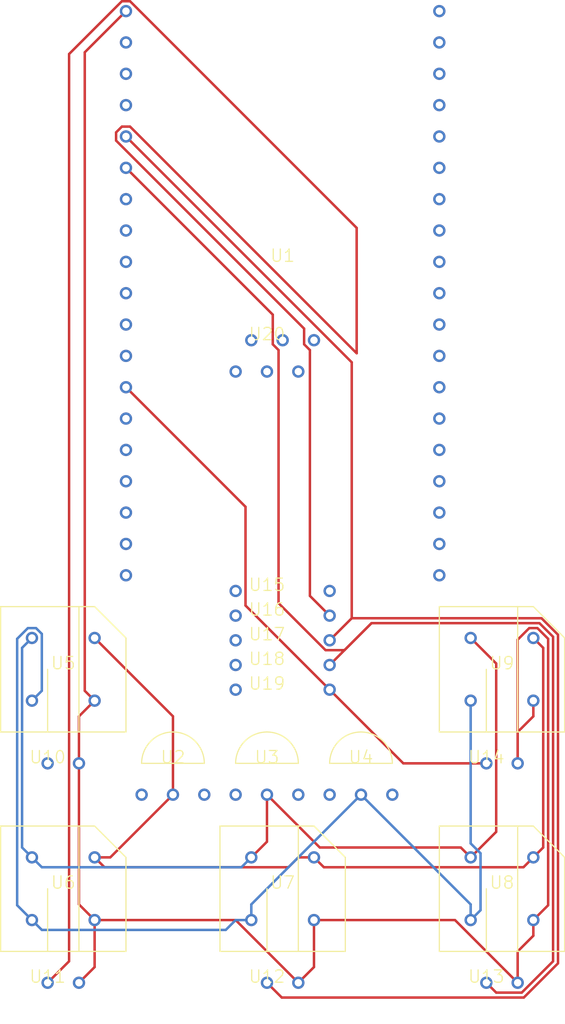
<source format=kicad_pcb>
(kicad_pcb (version 20240108) (generator "pcbnew") (generator_version "8.0")
  (layers (0 "F.Cu" signal) (31 "B.Cu" signal) (34 "B.Paste" user) (35 "F.Paste" user) (36 "B.SilkS" user "B.Silkscreen") (37 "F.SilkS" user "F.Silkscreen") (38 "B.Mask" user) (39 "F.Mask" user) (44 "Edge.Cuts" user))
  (net 0 "")
  (net 1 "Net-(U1-5V)")
  (net 7 "Net-(U1-34)")
  (net 10 "Net-(U1-4)")
  (net 11 "Net-(U1-12)")
  (net 13 "Net-(U1-26)")
  (net 16 "Net-(U1-32)")
  (net 17 "Net-(U2-E)")
  (net 20 "Net-(U1-3V3)")
  (net 23 "Net-(U1-Pad22)")
  (net 31 "Net-(U1-21)")
  (net 32 "Net-(U1-15)")
  (net 34 "Net-(U1-25)")
  (net 35 "Net-(U1-35)")
  (net 39 "Net-(U2-C)")
  (net 40 "Net-(U3-C)")
  (net 41 "Net-(U4-C)")
  (footprint "my-library:resistance" (layer "F.Cu") (at 222.25 85.47)
    (property "Reference" "U19" (at 0 -0.5 0) (layer "F.SilkS") (effects (font (thickness 0.1))))
    (property "Value" "~")
    (pad "1" thru_hole circle (at -2.54 0) (size 1 1) (drill 0.6) (layers "*.Cu" "*.Mask") (net 17 "Net-(U2-E)"))
    (pad "2" thru_hole circle (at 5.08 0) (size 1 1) (drill 0.6) (layers "*.Cu" "*.Mask") (net 11 "Net-(U1-12)"))
  )
  (footprint "my-library:resistance" (layer "F.Cu") (at 222.25 79.47)
    (property "Reference" "U16" (at 0 -0.5 0) (layer "F.SilkS") (effects (font (thickness 0.1))))
    (property "Value" "~")
    (pad "1" thru_hole circle (at -2.54 0) (size 1 1) (drill 0.6) (layers "*.Cu" "*.Mask") (net 17 "Net-(U2-E)"))
    (pad "2" thru_hole circle (at 5.08 0) (size 1 1) (drill 0.6) (layers "*.Cu" "*.Mask") (net 10 "Net-(U1-4)"))
  )
  (footprint "my-library:フォトトランジスタ" (layer "F.Cu") (at 222.25 109.22)
    (property "Reference" "U12" (at 0 -0.5 0) (layer "F.SilkS") (effects (font (thickness 0.1))))
    (property "Value" "~")
    (fp_line (start 0 -2.54) (end 0 -7.62) (stroke (width 0.1)) (layer "F.SilkS"))
    (fp_line (start 2.54 -7.62) (end 2.54 -12.7) (stroke (width 0.1)) (layer "F.SilkS"))
    (fp_line (start 2.54 -2.54) (end 2.54 -7.62) (stroke (width 0.1)) (layer "F.SilkS"))
    (pad "1" thru_hole circle (at 0 0) (size 1 1) (drill 0.6) (layers "*.Cu" "*.Mask") (net 7 "Net-(U1-34)"))
    (pad "2" thru_hole circle (at 2.54 0) (size 1 1) (drill 0.6) (layers "*.Cu" "*.Mask") (net 20 "Net-(U1-3V3)"))
  )
  (footprint "my-library:ESP32-DevKitC-32E" (layer "F.Cu") (at 223.52 50.8)
    (property "Reference" "U1" (at 0 -0.5 0) (layer "F.SilkS") (effects (font (thickness 0.1))))
    (property "Value" "~")
    (pad "1" thru_hole circle (at -12.7 -20.32) (size 1 1) (drill 0.6) (layers "*.Cu" "*.Mask") (net 20 "Net-(U1-3V3)"))
    (pad "2" thru_hole circle (at -12.7 -17.78) (size 1 1) (drill 0.6) (layers "*.Cu" "*.Mask"))
    (pad "3" thru_hole circle (at -12.7 -15.24) (size 1 1) (drill 0.6) (layers "*.Cu" "*.Mask"))
    (pad "4" thru_hole circle (at -12.7 -12.7) (size 1 1) (drill 0.6) (layers "*.Cu" "*.Mask"))
    (pad "5" thru_hole circle (at -12.7 -10.16) (size 1 1) (drill 0.6) (layers "*.Cu" "*.Mask") (net 7 "Net-(U1-34)"))
    (pad "6" thru_hole circle (at -12.7 -7.62) (size 1 1) (drill 0.6) (layers "*.Cu" "*.Mask") (net 35 "Net-(U1-35)"))
    (pad "7" thru_hole circle (at -12.7 -5.08) (size 1 1) (drill 0.6) (layers "*.Cu" "*.Mask") (net 16 "Net-(U1-32)"))
    (pad "8" thru_hole circle (at -12.7 -2.54) (size 1 1) (drill 0.6) (layers "*.Cu" "*.Mask"))
    (pad "9" thru_hole circle (at -12.7 0) (size 1 1) (drill 0.6) (layers "*.Cu" "*.Mask") (net 34 "Net-(U1-25)"))
    (pad "10" thru_hole circle (at -12.7 2.54) (size 1 1) (drill 0.6) (layers "*.Cu" "*.Mask") (net 13 "Net-(U1-26)"))
    (pad "11" thru_hole circle (at -12.7 5.08) (size 1 1) (drill 0.6) (layers "*.Cu" "*.Mask"))
    (pad "12" thru_hole circle (at -12.7 7.62) (size 1 1) (drill 0.6) (layers "*.Cu" "*.Mask"))
    (pad "13" thru_hole circle (at -12.7 10.16) (size 1 1) (drill 0.6) (layers "*.Cu" "*.Mask") (net 11 "Net-(U1-12)"))
    (pad "14" thru_hole circle (at -12.7 12.7) (size 1 1) (drill 0.6) (layers "*.Cu" "*.Mask") (net 17 "Net-(U2-E)"))
    (pad "15" thru_hole circle (at -12.7 15.24) (size 1 1) (drill 0.6) (layers "*.Cu" "*.Mask"))
    (pad "16" thru_hole circle (at -12.7 17.78) (size 1 1) (drill 0.6) (layers "*.Cu" "*.Mask"))
    (pad "17" thru_hole circle (at -12.7 20.32) (size 1 1) (drill 0.6) (layers "*.Cu" "*.Mask"))
    (pad "18" thru_hole circle (at -12.7 22.86) (size 1 1) (drill 0.6) (layers "*.Cu" "*.Mask"))
    (pad "19" thru_hole circle (at -12.7 25.4) (size 1 1) (drill 0.6) (layers "*.Cu" "*.Mask") (net 1 "Net-(U1-5V)"))
    (pad "20" thru_hole circle (at 12.7 -20.32) (size 1 1) (drill 0.6) (layers "*.Cu" "*.Mask"))
    (pad "21" thru_hole circle (at 12.7 -17.78) (size 1 1) (drill 0.6) (layers "*.Cu" "*.Mask"))
    (pad "22" thru_hole circle (at 12.7 -15.24) (size 1 1) (drill 0.6) (layers "*.Cu" "*.Mask") (net 23 "Net-(U1-Pad22)"))
    (pad "23" thru_hole circle (at 12.7 -12.7) (size 1 1) (drill 0.6) (layers "*.Cu" "*.Mask"))
    (pad "24" thru_hole circle (at 12.7 -10.16) (size 1 1) (drill 0.6) (layers "*.Cu" "*.Mask"))
    (pad "25" thru_hole circle (at 12.7 -7.62) (size 1 1) (drill 0.6) (layers "*.Cu" "*.Mask") (net 31 "Net-(U1-21)"))
    (pad "26" thru_hole circle (at 12.7 -5.08) (size 1 1) (drill 0.6) (layers "*.Cu" "*.Mask"))
    (pad "27" thru_hole circle (at 12.7 -2.54) (size 1 1) (drill 0.6) (layers "*.Cu" "*.Mask"))
    (pad "28" thru_hole circle (at 12.7 0) (size 1 1) (drill 0.6) (layers "*.Cu" "*.Mask"))
    (pad "29" thru_hole circle (at 12.7 2.54) (size 1 1) (drill 0.6) (layers "*.Cu" "*.Mask"))
    (pad "30" thru_hole circle (at 12.7 5.08) (size 1 1) (drill 0.6) (layers "*.Cu" "*.Mask"))
    (pad "31" thru_hole circle (at 12.7 7.62) (size 1 1) (drill 0.6) (layers "*.Cu" "*.Mask"))
    (pad "32" thru_hole circle (at 12.7 10.16) (size 1 1) (drill 0.6) (layers "*.Cu" "*.Mask") (net 10 "Net-(U1-4)"))
    (pad "33" thru_hole circle (at 12.7 12.7) (size 1 1) (drill 0.6) (layers "*.Cu" "*.Mask"))
    (pad "34" thru_hole circle (at 12.7 15.24) (size 1 1) (drill 0.6) (layers "*.Cu" "*.Mask"))
    (pad "35" thru_hole circle (at 12.7 17.78) (size 1 1) (drill 0.6) (layers "*.Cu" "*.Mask") (net 32 "Net-(U1-15)"))
    (pad "36" thru_hole circle (at 12.7 20.32) (size 1 1) (drill 0.6) (layers "*.Cu" "*.Mask"))
    (pad "37" thru_hole circle (at 12.7 22.86) (size 1 1) (drill 0.6) (layers "*.Cu" "*.Mask"))
    (pad "38" thru_hole circle (at 12.7 25.4) (size 1 1) (drill 0.6) (layers "*.Cu" "*.Mask"))
  )
  (footprint "my-library:OSTBMAZ2C1D-LED" (layer "F.Cu") (at 241.3 83.82)
    (property "Reference" "U9" (at 0 -0.5 0) (layer "F.SilkS") (effects (font (thickness 0.1))))
    (property "Value" "~")
    (fp_line (start -5.08 -5.08) (end 2.54 -5.08) (stroke (width 0.1)) (layer "F.SilkS"))
    (fp_line (start -5.08 5.08) (end -5.08 -5.08) (stroke (width 0.1)) (layer "F.SilkS"))
    (fp_line (start 2.54 -5.08) (end 5.08 -2.54) (stroke (width 0.1)) (layer "F.SilkS"))
    (fp_line (start 5.08 -2.54) (end 5.08 2.54) (stroke (width 0.1)) (layer "F.SilkS"))
    (fp_line (start 5.08 2.54) (end 5.08 5.08) (stroke (width 0.1)) (layer "F.SilkS"))
    (fp_line (start 5.08 5.08) (end -5.08 5.08) (stroke (width 0.1)) (layer "F.SilkS"))
    (pad "1" thru_hole circle (at 2.54 2.54) (size 1 1) (drill 0.6) (layers "*.Cu" "*.Mask") (net 20 "Net-(U1-3V3)"))
    (pad "2" thru_hole circle (at 2.54 -2.54) (size 1 1) (drill 0.6) (layers "*.Cu" "*.Mask") (net 39 "Net-(U2-C)"))
    (pad "3" thru_hole circle (at -2.54 -2.54) (size 1 1) (drill 0.6) (layers "*.Cu" "*.Mask") (net 40 "Net-(U3-C)"))
    (pad "4" thru_hole circle (at -2.54 2.54) (size 1 1) (drill 0.6) (layers "*.Cu" "*.Mask") (net 41 "Net-(U4-C)"))
  )
  (footprint "my-library:フォトトランジスタ" (layer "F.Cu") (at 240.03 91.44)
    (property "Reference" "U14" (at 0 -0.5 0) (layer "F.SilkS") (effects (font (thickness 0.1))))
    (property "Value" "~")
    (fp_line (start 0 -2.54) (end 0 -7.62) (stroke (width 0.1)) (layer "F.SilkS"))
    (fp_line (start 2.54 -7.62) (end 2.54 -12.7) (stroke (width 0.1)) (layer "F.SilkS"))
    (fp_line (start 2.54 -2.54) (end 2.54 -7.62) (stroke (width 0.1)) (layer "F.SilkS"))
    (pad "1" thru_hole circle (at 0 0) (size 1 1) (drill 0.6) (layers "*.Cu" "*.Mask") (net 11 "Net-(U1-12)"))
    (pad "2" thru_hole circle (at 2.54 0) (size 1 1) (drill 0.6) (layers "*.Cu" "*.Mask") (net 20 "Net-(U1-3V3)"))
  )
  (footprint "my-library:トランジスタ" (layer "F.Cu") (at 222.25 91.44)
    (property "Reference" "U3" (at 0 -0.5 0) (layer "F.SilkS") (effects (font (thickness 0.1))))
    (property "Value" "~")
    (fp_line (start -2.54 0) (end 2.54 0) (stroke (width 0.1)) (layer "F.SilkS"))
    (fp_arc (start -2.54 0) (mid -1.796051 -1.796051) (end 0 -2.54) (stroke (width 0.1)) (layer "F.SilkS"))
    (fp_arc (start 0 -2.54) (mid 1.796051 -1.796051) (end 2.54 0) (stroke (width 0.1)) (layer "F.SilkS"))
    (pad "1" thru_hole circle (at -2.54 2.54) (size 1 1) (drill 0.6) (layers "*.Cu" "*.Mask") (net 17 "Net-(U2-E)"))
    (pad "2" thru_hole circle (at 0 2.54) (size 1 1) (drill 0.6) (layers "*.Cu" "*.Mask") (net 40 "Net-(U3-C)"))
    (pad "3" thru_hole circle (at 2.54 2.54) (size 1 1) (drill 0.6) (layers "*.Cu" "*.Mask") (net 34 "Net-(U1-25)"))
  )
  (footprint "my-library:フォトトランジスタ" (layer "F.Cu") (at 204.47 91.44)
    (property "Reference" "U10" (at 0 -0.5 0) (layer "F.SilkS") (effects (font (thickness 0.1))))
    (property "Value" "~")
    (fp_line (start 0 -2.54) (end 0 -7.62) (stroke (width 0.1)) (layer "F.SilkS"))
    (fp_line (start 2.54 -7.62) (end 2.54 -12.7) (stroke (width 0.1)) (layer "F.SilkS"))
    (fp_line (start 2.54 -2.54) (end 2.54 -7.62) (stroke (width 0.1)) (layer "F.SilkS"))
    (pad "1" thru_hole circle (at 0 0) (size 1 1) (drill 0.6) (layers "*.Cu" "*.Mask") (net 32 "Net-(U1-15)"))
    (pad "2" thru_hole circle (at 2.54 0) (size 1 1) (drill 0.6) (layers "*.Cu" "*.Mask") (net 20 "Net-(U1-3V3)"))
  )
  (footprint "my-library:OSTBMAZ2C1D-LED" (layer "F.Cu") (at 205.74 83.82)
    (property "Reference" "U5" (at 0 -0.5 0) (layer "F.SilkS") (effects (font (thickness 0.1))))
    (property "Value" "~")
    (fp_line (start -5.08 -5.08) (end 2.54 -5.08) (stroke (width 0.1)) (layer "F.SilkS"))
    (fp_line (start -5.08 5.08) (end -5.08 -5.08) (stroke (width 0.1)) (layer "F.SilkS"))
    (fp_line (start 2.54 -5.08) (end 5.08 -2.54) (stroke (width 0.1)) (layer "F.SilkS"))
    (fp_line (start 5.08 -2.54) (end 5.08 2.54) (stroke (width 0.1)) (layer "F.SilkS"))
    (fp_line (start 5.08 2.54) (end 5.08 5.08) (stroke (width 0.1)) (layer "F.SilkS"))
    (fp_line (start 5.08 5.08) (end -5.08 5.08) (stroke (width 0.1)) (layer "F.SilkS"))
    (pad "1" thru_hole circle (at 2.54 2.54) (size 1 1) (drill 0.6) (layers "*.Cu" "*.Mask") (net 20 "Net-(U1-3V3)"))
    (pad "2" thru_hole circle (at 2.54 -2.54) (size 1 1) (drill 0.6) (layers "*.Cu" "*.Mask") (net 39 "Net-(U2-C)"))
    (pad "3" thru_hole circle (at -2.54 -2.54) (size 1 1) (drill 0.6) (layers "*.Cu" "*.Mask") (net 40 "Net-(U3-C)"))
    (pad "4" thru_hole circle (at -2.54 2.54) (size 1 1) (drill 0.6) (layers "*.Cu" "*.Mask") (net 41 "Net-(U4-C)"))
  )
  (footprint "my-library:OSTBMAZ2C1D-LED" (layer "F.Cu") (at 241.3 101.6)
    (property "Reference" "U8" (at 0 -0.5 0) (layer "F.SilkS") (effects (font (thickness 0.1))))
    (property "Value" "~")
    (fp_line (start -5.08 -5.08) (end 2.54 -5.08) (stroke (width 0.1)) (layer "F.SilkS"))
    (fp_line (start -5.08 5.08) (end -5.08 -5.08) (stroke (width 0.1)) (layer "F.SilkS"))
    (fp_line (start 2.54 -5.08) (end 5.08 -2.54) (stroke (width 0.1)) (layer "F.SilkS"))
    (fp_line (start 5.08 -2.54) (end 5.08 2.54) (stroke (width 0.1)) (layer "F.SilkS"))
    (fp_line (start 5.08 2.54) (end 5.08 5.08) (stroke (width 0.1)) (layer "F.SilkS"))
    (fp_line (start 5.08 5.08) (end -5.08 5.08) (stroke (width 0.1)) (layer "F.SilkS"))
    (pad "1" thru_hole circle (at 2.54 2.54) (size 1 1) (drill 0.6) (layers "*.Cu" "*.Mask") (net 20 "Net-(U1-3V3)"))
    (pad "2" thru_hole circle (at 2.54 -2.54) (size 1 1) (drill 0.6) (layers "*.Cu" "*.Mask") (net 39 "Net-(U2-C)"))
    (pad "3" thru_hole circle (at -2.54 -2.54) (size 1 1) (drill 0.6) (layers "*.Cu" "*.Mask") (net 40 "Net-(U3-C)"))
    (pad "4" thru_hole circle (at -2.54 2.54) (size 1 1) (drill 0.6) (layers "*.Cu" "*.Mask") (net 41 "Net-(U4-C)"))
  )
  (footprint "my-library:OSTBMAZ2C1D-LED" (layer "F.Cu") (at 205.74 101.6)
    (property "Reference" "U6" (at 0 -0.5 0) (layer "F.SilkS") (effects (font (thickness 0.1))))
    (property "Value" "~")
    (fp_line (start -5.08 -5.08) (end 2.54 -5.08) (stroke (width 0.1)) (layer "F.SilkS"))
    (fp_line (start -5.08 5.08) (end -5.08 -5.08) (stroke (width 0.1)) (layer "F.SilkS"))
    (fp_line (start 2.54 -5.08) (end 5.08 -2.54) (stroke (width 0.1)) (layer "F.SilkS"))
    (fp_line (start 5.08 -2.54) (end 5.08 2.54) (stroke (width 0.1)) (layer "F.SilkS"))
    (fp_line (start 5.08 2.54) (end 5.08 5.08) (stroke (width 0.1)) (layer "F.SilkS"))
    (fp_line (start 5.08 5.08) (end -5.08 5.08) (stroke (width 0.1)) (layer "F.SilkS"))
    (pad "1" thru_hole circle (at 2.54 2.54) (size 1 1) (drill 0.6) (layers "*.Cu" "*.Mask") (net 20 "Net-(U1-3V3)"))
    (pad "2" thru_hole circle (at 2.54 -2.54) (size 1 1) (drill 0.6) (layers "*.Cu" "*.Mask") (net 39 "Net-(U2-C)"))
    (pad "3" thru_hole circle (at -2.54 -2.54) (size 1 1) (drill 0.6) (layers "*.Cu" "*.Mask") (net 40 "Net-(U3-C)"))
    (pad "4" thru_hole circle (at -2.54 2.54) (size 1 1) (drill 0.6) (layers "*.Cu" "*.Mask") (net 41 "Net-(U4-C)"))
  )
  (footprint "my-library:resistance" (layer "F.Cu") (at 222.25 83.47)
    (property "Reference" "U18" (at 0 -0.5 0) (layer "F.SilkS") (effects (font (thickness 0.1))))
    (property "Value" "~")
    (pad "1" thru_hole circle (at -2.54 0) (size 1 1) (drill 0.6) (layers "*.Cu" "*.Mask") (net 17 "Net-(U2-E)"))
    (pad "2" thru_hole circle (at 5.08 0) (size 1 1) (drill 0.6) (layers "*.Cu" "*.Mask") (net 35 "Net-(U1-35)"))
  )
  (footprint "my-library:トランジスタ" (layer "F.Cu") (at 214.63 91.44)
    (property "Reference" "U2" (at 0 -0.5 0) (layer "F.SilkS") (effects (font (thickness 0.1))))
    (property "Value" "~")
    (fp_line (start -2.54 0) (end 2.54 0) (stroke (width 0.1)) (layer "F.SilkS"))
    (fp_arc (start -2.54 0) (mid -1.796051 -1.796051) (end 0 -2.54) (stroke (width 0.1)) (layer "F.SilkS"))
    (fp_arc (start 0 -2.54) (mid 1.796051 -1.796051) (end 2.54 0) (stroke (width 0.1)) (layer "F.SilkS"))
    (pad "1" thru_hole circle (at -2.54 2.54) (size 1 1) (drill 0.6) (layers "*.Cu" "*.Mask") (net 17 "Net-(U2-E)"))
    (pad "2" thru_hole circle (at 0 2.54) (size 1 1) (drill 0.6) (layers "*.Cu" "*.Mask") (net 39 "Net-(U2-C)"))
    (pad "3" thru_hole circle (at 2.54 2.54) (size 1 1) (drill 0.6) (layers "*.Cu" "*.Mask") (net 16 "Net-(U1-32)"))
  )
  (footprint "my-library:フォトトランジスタ" (layer "F.Cu") (at 204.47 109.22)
    (property "Reference" "U11" (at 0 -0.5 0) (layer "F.SilkS") (effects (font (thickness 0.1))))
    (property "Value" "~")
    (fp_line (start 0 -2.54) (end 0 -7.62) (stroke (width 0.1)) (layer "F.SilkS"))
    (fp_line (start 2.54 -7.62) (end 2.54 -12.7) (stroke (width 0.1)) (layer "F.SilkS"))
    (fp_line (start 2.54 -2.54) (end 2.54 -7.62) (stroke (width 0.1)) (layer "F.SilkS"))
    (pad "1" thru_hole circle (at 0 0) (size 1 1) (drill 0.6) (layers "*.Cu" "*.Mask") (net 10 "Net-(U1-4)"))
    (pad "2" thru_hole circle (at 2.54 0) (size 1 1) (drill 0.6) (layers "*.Cu" "*.Mask") (net 20 "Net-(U1-3V3)"))
  )
  (footprint "my-library:6-pin" (layer "F.Cu") (at 222.25 57.15)
    (property "Reference" "U20" (at 0 -0.5 0) (layer "F.SilkS") (effects (font (thickness 0.1))))
    (property "Value" "~")
    (pad "1" thru_hole circle (at -2.54 2.54) (size 1 1) (drill 0.6) (layers "*.Cu" "*.Mask") (net 31 "Net-(U1-21)"))
    (pad "2" thru_hole circle (at -1.27 0) (size 1 1) (drill 0.6) (layers "*.Cu" "*.Mask") (net 23 "Net-(U1-Pad22)"))
    (pad "3" thru_hole circle (at 0 2.54) (size 1 1) (drill 0.6) (layers "*.Cu" "*.Mask") (net 17 "Net-(U2-E)"))
    (pad "4" thru_hole circle (at 1.27 0) (size 1 1) (drill 0.6) (layers "*.Cu" "*.Mask") (net 1 "Net-(U1-5V)"))
    (pad "5" thru_hole circle (at 2.54 2.54) (size 1 1) (drill 0.6) (layers "*.Cu" "*.Mask"))
    (pad "6" thru_hole circle (at 3.81 0) (size 1 1) (drill 0.6) (layers "*.Cu" "*.Mask"))
  )
  (footprint "my-library:resistance" (layer "F.Cu") (at 222.25 77.47)
    (property "Reference" "U15" (at 0 -0.5 0) (layer "F.SilkS") (effects (font (thickness 0.1))))
    (property "Value" "~")
    (pad "1" thru_hole circle (at -2.54 0) (size 1 1) (drill 0.6) (layers "*.Cu" "*.Mask") (net 17 "Net-(U2-E)"))
    (pad "2" thru_hole circle (at 5.08 0) (size 1 1) (drill 0.6) (layers "*.Cu" "*.Mask") (net 32 "Net-(U1-15)"))
  )
  (footprint "my-library:resistance" (layer "F.Cu") (at 222.25 81.47)
    (property "Reference" "U17" (at 0 -0.5 0) (layer "F.SilkS") (effects (font (thickness 0.1))))
    (property "Value" "~")
    (pad "1" thru_hole circle (at -2.54 0) (size 1 1) (drill 0.6) (layers "*.Cu" "*.Mask") (net 17 "Net-(U2-E)"))
    (pad "2" thru_hole circle (at 5.08 0) (size 1 1) (drill 0.6) (layers "*.Cu" "*.Mask") (net 7 "Net-(U1-34)"))
  )
  (footprint "my-library:トランジスタ" (layer "F.Cu") (at 229.87 91.44)
    (property "Reference" "U4" (at 0 -0.5 0) (layer "F.SilkS") (effects (font (thickness 0.1))))
    (property "Value" "~")
    (fp_line (start -2.54 0) (end 2.54 0) (stroke (width 0.1)) (layer "F.SilkS"))
    (fp_arc (start -2.54 0) (mid -1.796051 -1.796051) (end 0 -2.54) (stroke (width 0.1)) (layer "F.SilkS"))
    (fp_arc (start 0 -2.54) (mid 1.796051 -1.796051) (end 2.54 0) (stroke (width 0.1)) (layer "F.SilkS"))
    (pad "1" thru_hole circle (at -2.54 2.54) (size 1 1) (drill 0.6) (layers "*.Cu" "*.Mask") (net 17 "Net-(U2-E)"))
    (pad "2" thru_hole circle (at 0 2.54) (size 1 1) (drill 0.6) (layers "*.Cu" "*.Mask") (net 41 "Net-(U4-C)"))
    (pad "3" thru_hole circle (at 2.54 2.54) (size 1 1) (drill 0.6) (layers "*.Cu" "*.Mask") (net 13 "Net-(U1-26)"))
  )
  (footprint "my-library:OSTBMAZ2C1D-LED" (layer "F.Cu") (at 223.52 101.6)
    (property "Reference" "U7" (at 0 -0.5 0) (layer "F.SilkS") (effects (font (thickness 0.1))))
    (property "Value" "~")
    (fp_line (start -5.08 -5.08) (end 2.54 -5.08) (stroke (width 0.1)) (layer "F.SilkS"))
    (fp_line (start -5.08 5.08) (end -5.08 -5.08) (stroke (width 0.1)) (layer "F.SilkS"))
    (fp_line (start 2.54 -5.08) (end 5.08 -2.54) (stroke (width 0.1)) (layer "F.SilkS"))
    (fp_line (start 5.08 -2.54) (end 5.08 2.54) (stroke (width 0.1)) (layer "F.SilkS"))
    (fp_line (start 5.08 2.54) (end 5.08 5.08) (stroke (width 0.1)) (layer "F.SilkS"))
    (fp_line (start 5.08 5.08) (end -5.08 5.08) (stroke (width 0.1)) (layer "F.SilkS"))
    (pad "1" thru_hole circle (at 2.54 2.54) (size 1 1) (drill 0.6) (layers "*.Cu" "*.Mask") (net 20 "Net-(U1-3V3)"))
    (pad "2" thru_hole circle (at 2.54 -2.54) (size 1 1) (drill 0.6) (layers "*.Cu" "*.Mask") (net 39 "Net-(U2-C)"))
    (pad "3" thru_hole circle (at -2.54 -2.54) (size 1 1) (drill 0.6) (layers "*.Cu" "*.Mask") (net 40 "Net-(U3-C)"))
    (pad "4" thru_hole circle (at -2.54 2.54) (size 1 1) (drill 0.6) (layers "*.Cu" "*.Mask") (net 41 "Net-(U4-C)"))
  )
  (footprint "my-library:フォトトランジスタ" (layer "F.Cu") (at 240.03 109.22)
    (property "Reference" "U13" (at 0 -0.5 0) (layer "F.SilkS") (effects (font (thickness 0.1))))
    (property "Value" "~")
    (fp_line (start 0 -2.54) (end 0 -7.62) (stroke (width 0.1)) (layer "F.SilkS"))
    (fp_line (start 2.54 -7.62) (end 2.54 -12.7) (stroke (width 0.1)) (layer "F.SilkS"))
    (fp_line (start 2.54 -2.54) (end 2.54 -7.62) (stroke (width 0.1)) (layer "F.SilkS"))
    (pad "1" thru_hole circle (at 0 0) (size 1 1) (drill 0.6) (layers "*.Cu" "*.Mask") (net 35 "Net-(U1-35)"))
    (pad "2" thru_hole circle (at 2.54 0) (size 1 1) (drill 0.6) (layers "*.Cu" "*.Mask") (net 20 "Net-(U1-3V3)"))
  )
  (segment (start 243.067057 110.42) (end 245.84 107.647057) (width 0.2) (layer "F.Cu") (net 7))
  (segment (start 222.25 109.22) (end 223.45 110.42) (width 0.2) (layer "F.Cu") (net 7))
  (segment (start 229.12 79.68) (end 229.12 58.94) (width 0.2) (layer "F.Cu") (net 7))
  (segment (start 245.84 107.647057) (end 245.84 81.017257) (width 0.2) (layer "F.Cu") (net 7))
  (segment (start 223.45 110.42) (end 243.067057 110.42) (width 0.2) (layer "F.Cu") (net 7))
  (segment (start 244.502743 79.68) (end 229.12 79.68) (width 0.2) (layer "F.Cu") (net 7))
  (segment (start 229.12 79.68) (end 227.33 81.47) (width 0.2) (layer "F.Cu") (net 7))
  (segment (start 245.84 81.017257) (end 244.502743 79.68) (width 0.2) (layer "F.Cu") (net 7))
  (segment (start 229.12 58.94) (end 210.82 40.64) (width 0.2) (layer "F.Cu") (net 7))
  (segment (start 229.52 48.048629) (end 229.52 58.208629) (width 0.2) (layer "F.Cu") (net 10))
  (segment (start 225.728629 77.868629) (end 227.33 79.47) (width 0.2) (layer "F.Cu") (net 10))
  (segment (start 211.151371 29.68) (end 229.52 48.048629) (width 0.2) (layer "F.Cu") (net 10))
  (segment (start 210.488629 39.84) (end 210.02 40.308629) (width 0.2) (layer "F.Cu") (net 10))
  (segment (start 206.21 33.958629) (end 210.488629 29.68) (width 0.2) (layer "F.Cu") (net 10))
  (segment (start 225.728629 57.95) (end 225.728629 77.868629) (width 0.2) (layer "F.Cu") (net 10))
  (segment (start 229.52 58.208629) (end 211.151371 39.84) (width 0.2) (layer "F.Cu") (net 10))
  (segment (start 210.02 40.971371) (end 225.26 56.211371) (width 0.2) (layer "F.Cu") (net 10))
  (segment (start 225.26 56.211371) (end 225.26 57.481371) (width 0.2) (layer "F.Cu") (net 10))
  (segment (start 210.488629 29.68) (end 211.151371 29.68) (width 0.2) (layer "F.Cu") (net 10))
  (segment (start 210.02 40.308629) (end 210.02 40.971371) (width 0.2) (layer "F.Cu") (net 10))
  (segment (start 225.26 57.481371) (end 225.728629 57.95) (width 0.2) (layer "F.Cu") (net 10))
  (segment (start 204.47 109.22) (end 206.21 107.48) (width 0.2) (layer "F.Cu") (net 10))
  (segment (start 211.151371 39.84) (end 210.488629 39.84) (width 0.2) (layer "F.Cu") (net 10))
  (segment (start 206.21 107.48) (end 206.21 33.958629) (width 0.2) (layer "F.Cu") (net 10))
  (segment (start 233.3 91.44) (end 227.33 85.47) (width 0.2) (layer "F.Cu") (net 11))
  (segment (start 227.33 85.47) (end 220.51 78.65) (width 0.2) (layer "F.Cu") (net 11))
  (segment (start 220.51 78.65) (end 220.51 70.65) (width 0.2) (layer "F.Cu") (net 11))
  (segment (start 240.03 91.44) (end 233.3 91.44) (width 0.2) (layer "F.Cu") (net 11))
  (segment (start 220.51 70.65) (end 210.82 60.96) (width 0.2) (layer "F.Cu") (net 11))
  (segment (start 207.48 33.82) (end 210.82 30.48) (width 0.2) (layer "F.Cu") (net 20))
  (segment (start 242.57 109.22) (end 237.49 104.14) (width 0.2) (layer "F.Cu") (net 20))
  (segment (start 226.06 104.14) (end 226.06 107.95) (width 0.2) (layer "F.Cu") (net 20))
  (segment (start 243.84 105.41) (end 242.57 106.68) (width 0.2) (layer "F.Cu") (net 20))
  (segment (start 237.49 104.14) (end 226.06 104.14) (width 0.2) (layer "F.Cu") (net 20))
  (segment (start 207.01 102.87) (end 207.01 91.44) (width 0.2) (layer "F.Cu") (net 20))
  (segment (start 207.01 91.44) (end 207.01 87.63) (width 0.2) (layer "F.Cu") (net 20))
  (segment (start 242.57 106.68) (end 242.57 109.22) (width 0.2) (layer "F.Cu") (net 20))
  (segment (start 208.28 104.14) (end 208.28 107.95) (width 0.2) (layer "F.Cu") (net 20))
  (segment (start 245.04 81.348629) (end 245.04 102.94) (width 0.2) (layer "F.Cu") (net 20))
  (segment (start 208.28 104.14) (end 207.01 102.87) (width 0.2) (layer "F.Cu") (net 20))
  (segment (start 219.71 104.14) (end 208.28 104.14) (width 0.2) (layer "F.Cu") (net 20))
  (segment (start 207.01 87.63) (end 208.28 86.36) (width 0.2) (layer "F.Cu") (net 20))
  (segment (start 243.84 104.14) (end 243.84 105.41) (width 0.2) (layer "F.Cu") (net 20))
  (segment (start 242.57 88.9) (end 242.57 91.44) (width 0.2) (layer "F.Cu") (net 20))
  (segment (start 208.28 86.36) (end 207.48 85.56) (width 0.2) (layer "F.Cu") (net 20))
  (segment (start 243.84 86.36) (end 243.84 87.63) (width 0.2) (layer "F.Cu") (net 20))
  (segment (start 245.04 102.94) (end 243.84 104.14) (width 0.2) (layer "F.Cu") (net 20))
  (segment (start 243.84 87.63) (end 242.57 88.9) (width 0.2) (layer "F.Cu") (net 20))
  (segment (start 242.57 81.418629) (end 243.508629 80.48) (width 0.2) (layer "F.Cu") (net 20))
  (segment (start 224.79 109.22) (end 219.71 104.14) (width 0.2) (layer "F.Cu") (net 20))
  (segment (start 242.57 91.44) (end 242.57 81.418629) (width 0.2) (layer "F.Cu") (net 20))
  (segment (start 226.06 107.95) (end 224.79 109.22) (width 0.2) (layer "F.Cu") (net 20))
  (segment (start 208.28 107.95) (end 207.01 109.22) (width 0.2) (layer "F.Cu") (net 20))
  (segment (start 243.508629 80.48) (end 244.171371 80.48) (width 0.2) (layer "F.Cu") (net 20))
  (segment (start 207.48 85.56) (end 207.48 33.82) (width 0.2) (layer "F.Cu") (net 20))
  (segment (start 244.171371 80.48) (end 245.04 81.348629) (width 0.2) (layer "F.Cu") (net 20))
  (segment (start 226.998629 82.27) (end 223.188629 78.46) (width 0.2) (layer "F.Cu") (net 35))
  (segment (start 230.72 80.08) (end 227.33 83.47) (width 0.2) (layer "F.Cu") (net 35))
  (segment (start 230.72 80.08) (end 228.53 82.27) (width 0.2) (layer "F.Cu") (net 35))
  (segment (start 242.901371 110.02) (end 245.44 107.481371) (width 0.2) (layer "F.Cu") (net 35))
  (segment (start 244.337057 80.08) (end 230.72 80.08) (width 0.2) (layer "F.Cu") (net 35))
  (segment (start 223.188629 78.46) (end 223.188629 57.95) (width 0.2) (layer "F.Cu") (net 35))
  (segment (start 240.83 110.02) (end 242.901371 110.02) (width 0.2) (layer "F.Cu") (net 35))
  (segment (start 228.53 82.27) (end 226.998629 82.27) (width 0.2) (layer "F.Cu") (net 35))
  (segment (start 245.44 81.182943) (end 244.337057 80.08) (width 0.2) (layer "F.Cu") (net 35))
  (segment (start 222.72 57.481371) (end 222.72 55.08) (width 0.2) (layer "F.Cu") (net 35))
  (segment (start 240.03 109.22) (end 240.83 110.02) (width 0.2) (layer "F.Cu") (net 35))
  (segment (start 245.44 107.481371) (end 245.44 81.182943) (width 0.2) (layer "F.Cu") (net 35))
  (segment (start 223.188629 57.95) (end 222.72 57.481371) (width 0.2) (layer "F.Cu") (net 35))
  (segment (start 222.72 55.08) (end 210.82 43.18) (width 0.2) (layer "F.Cu") (net 35))
  (segment (start 209.55 99.06) (end 214.63 93.98) (width 0.2) (layer "F.Cu") (net 39))
  (segment (start 244.64 98.26) (end 243.84 99.06) (width 0.2) (layer "F.Cu") (net 39))
  (segment (start 208.28 99.06) (end 209.55 99.06) (width 0.2) (layer "F.Cu") (net 39))
  (segment (start 226.06 99.06) (end 224.79 99.06) (width 0.2) (layer "F.Cu") (net 39))
  (segment (start 214.63 93.98) (end 214.63 87.63) (width 0.2) (layer "F.Cu") (net 39))
  (segment (start 244.64 82.08) (end 244.64 98.26) (width 0.2) (layer "F.Cu") (net 39))
  (segment (start 243.84 99.06) (end 243.04 99.86) (width 0.2) (layer "F.Cu") (net 39))
  (segment (start 226.86 99.86) (end 226.06 99.06) (width 0.2) (layer "F.Cu") (net 39))
  (segment (start 209.08 99.86) (end 208.28 99.06) (width 0.2) (layer "F.Cu") (net 39))
  (segment (start 223.99 99.86) (end 209.08 99.86) (width 0.2) (layer "F.Cu") (net 39))
  (segment (start 214.63 87.63) (end 208.28 81.28) (width 0.2) (layer "F.Cu") (net 39))
  (segment (start 243.04 99.86) (end 226.86 99.86) (width 0.2) (layer "F.Cu") (net 39))
  (segment (start 224.79 99.06) (end 223.99 99.86) (width 0.2) (layer "F.Cu") (net 39))
  (segment (start 243.84 81.28) (end 244.64 82.08) (width 0.2) (layer "F.Cu") (net 39))
  (segment (start 238.76 81.28) (end 240.83 83.35) (width 0.2) (layer "F.Cu") (net 40))
  (segment (start 240.83 96.99) (end 238.76 99.06) (width 0.2) (layer "F.Cu") (net 40))
  (segment (start 238.76 99.06) (end 237.96 98.26) (width 0.2) (layer "F.Cu") (net 40))
  (segment (start 240.83 83.35) (end 240.83 96.99) (width 0.2) (layer "F.Cu") (net 40))
  (segment (start 222.25 93.98) (end 222.25 97.79) (width 0.2) (layer "F.Cu") (net 40))
  (segment (start 237.96 98.26) (end 226.53 98.26) (width 0.2) (layer "F.Cu") (net 40))
  (segment (start 222.25 97.79) (end 220.98 99.06) (width 0.2) (layer "F.Cu") (net 40))
  (segment (start 226.53 98.26) (end 222.25 93.98) (width 0.2) (layer "F.Cu") (net 40))
  (segment (start 203.2 99.06) (end 202.4 98.26) (width 0.2) (layer "B.Cu") (net 40))
  (segment (start 204 99.86) (end 203.2 99.06) (width 0.2) (layer "B.Cu") (net 40))
  (segment (start 220.18 99.86) (end 204 99.86) (width 0.2) (layer "B.Cu") (net 40))
  (segment (start 202.4 98.26) (end 202.4 82.08) (width 0.2) (layer "B.Cu") (net 40))
  (segment (start 220.98 99.06) (end 220.18 99.86) (width 0.2) (layer "B.Cu") (net 40))
  (segment (start 202.4 82.08) (end 203.2 81.28) (width 0.2) (layer "B.Cu") (net 40))
  (segment (start 204 80.948629) (end 204 85.56) (width 0.2) (layer "B.Cu") (net 41))
  (segment (start 202.868629 80.48) (end 203.531371 80.48) (width 0.2) (layer "B.Cu") (net 41))
  (segment (start 203.2 104.14) (end 202 102.94) (width 0.2) (layer "B.Cu") (net 41))
  (segment (start 238.76 102.87) (end 229.87 93.98) (width 0.2) (layer "B.Cu") (net 41))
  (segment (start 204 85.56) (end 203.2 86.36) (width 0.2) (layer "B.Cu") (net 41))
  (segment (start 202 102.94) (end 202 81.348629) (width 0.2) (layer "B.Cu") (net 41))
  (segment (start 203.531371 80.48) (end 204 80.948629) (width 0.2) (layer "B.Cu") (net 41))
  (segment (start 238.76 104.14) (end 238.76 102.87) (width 0.2) (layer "B.Cu") (net 41))
  (segment (start 220.98 102.87) (end 220.98 104.14) (width 0.2) (layer "B.Cu") (net 41))
  (segment (start 220.98 104.14) (end 219.71 104.14) (width 0.2) (layer "B.Cu") (net 41))
  (segment (start 239.56 103.34) (end 238.76 104.14) (width 0.2) (layer "B.Cu") (net 41))
  (segment (start 218.91 104.94) (end 204 104.94) (width 0.2) (layer "B.Cu") (net 41))
  (segment (start 238.76 97.928629) (end 239.56 98.728629) (width 0.2) (layer "B.Cu") (net 41))
  (segment (start 204 104.94) (end 203.2 104.14) (width 0.2) (layer "B.Cu") (net 41))
  (segment (start 238.76 86.36) (end 238.76 97.928629) (width 0.2) (layer "B.Cu") (net 41))
  (segment (start 219.71 104.14) (end 218.91 104.94) (width 0.2) (layer "B.Cu") (net 41))
  (segment (start 239.56 98.728629) (end 239.56 103.34) (width 0.2) (layer "B.Cu") (net 41))
  (segment (start 202 81.348629) (end 202.868629 80.48) (width 0.2) (layer "B.Cu") (net 41))
  (segment (start 229.87 93.98) (end 220.98 102.87) (width 0.2) (layer "B.Cu") (net 41))
)
</source>
